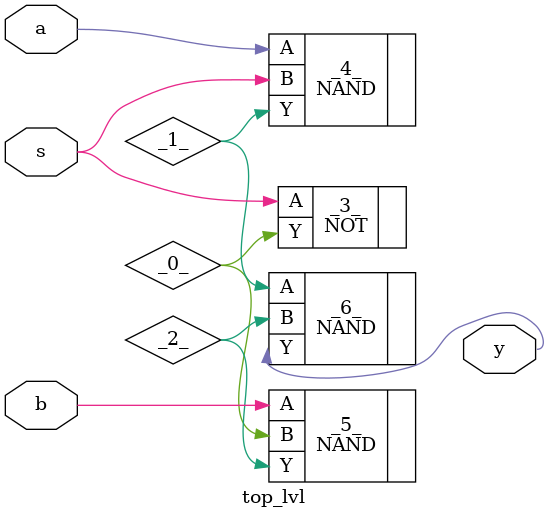
<source format=v>
/* Generated by Yosys 0.10.0 (git sha1 UNKNOWN, gcc 11.1.0 -march=x86-64 -mtune=generic -O2 -fno-plt -fPIC -Os) */

(* hdlname = "\\top_lvl" *)
(* top =  1  *)
(* src = "./yeet.v:1.1-8.10" *)
module top_lvl(a, b, s, y);
  wire _0_;
  wire _1_;
  wire _2_;
  (* src = "./yeet.v:2.16-2.17" *)
  input a;
  (* src = "./yeet.v:2.19-2.20" *)
  input b;
  (* src = "./yeet.v:2.22-2.23" *)
  input s;
  (* src = "./yeet.v:3.17-3.18" *)
  output y;
  NOT _3_ (
    .A(s),
    .Y(_0_)
  );
  NAND _4_ (
    .A(a),
    .B(s),
    .Y(_1_)
  );
  NAND _5_ (
    .A(b),
    .B(_0_),
    .Y(_2_)
  );
  NAND _6_ (
    .A(_1_),
    .B(_2_),
    .Y(y)
  );
endmodule

</source>
